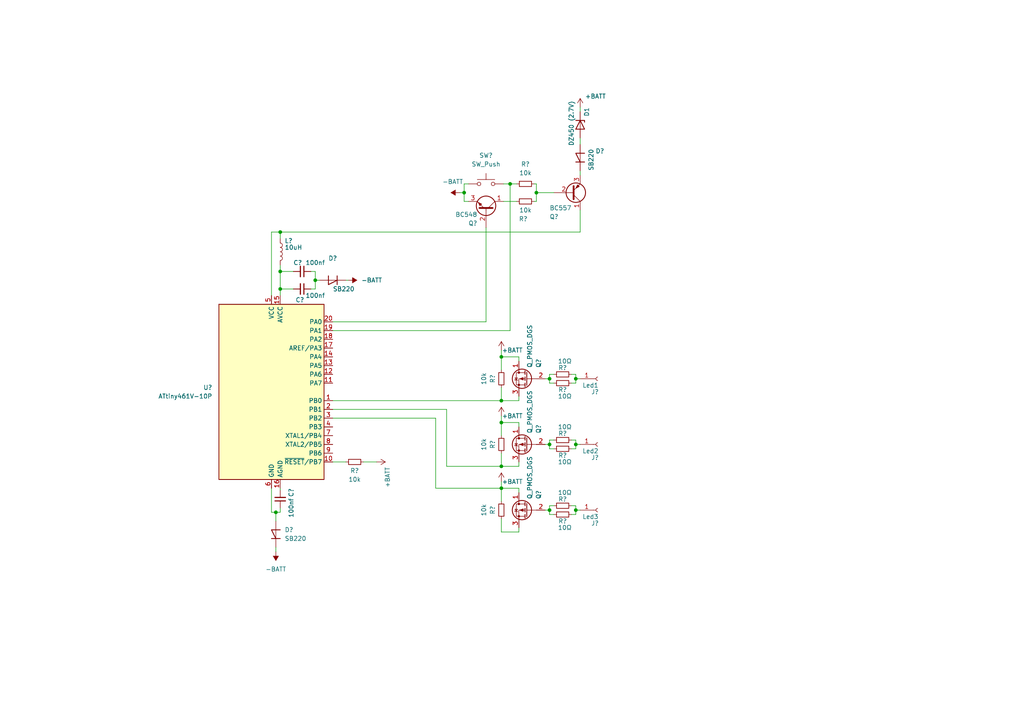
<source format=kicad_sch>
(kicad_sch (version 20211123) (generator eeschema)
  (paper "A4")
  (lib_symbols
    (symbol "Connector:Conn_01x01_Female" (pin_names (offset 1.016) hide)
      (property "Reference" "J" (at 0 2.54 0))
      (property "Value" "Conn_01x01_Female" (at 0 -2.54 0))
      (symbol "Conn_01x01_Female_1_1"
        (polyline (pts (xy -1.27 0) (xy -0.508 0)) (stroke (width 0.1524)))
        (arc (start 0 0.508) (mid -0.508 0) (end 0 -0.508) (stroke (width 0.1524)))
        (pin passive line (at -5.08 0 0) (length 3.81) (name "Pin_1") (number "1"))
      )
    )
    (symbol "Device:C_Small" (pin_numbers hide) (pin_names (offset 0.254) hide)
      (property "Reference" "C" (at 0.254 1.778 0))
      (property "Value" "C_Small" (at 0.254 -2.032 0))
      (symbol "C_Small_0_1"
        (polyline (pts (xy -1.524 -0.508) (xy 1.524 -0.508)) (stroke (width 0.3302)))
        (polyline (pts (xy -1.524 0.508) (xy 1.524 0.508)) (stroke (width 0.3048)))
      )
      (symbol "C_Small_1_1"
        (pin passive line (at 0 2.54 270) (length 2.032) (name "~") (number "1"))
        (pin passive line (at 0 -2.54 90) (length 2.032) (name "~") (number "2"))
      )
    )
    (symbol "Device:D_Shockley" (pin_numbers hide) (pin_names (offset 1.016) hide)
      (property "Reference" "D" (at 0 2.54 0))
      (property "Value" "D_Shockley" (at 0 -2.54 0))
      (symbol "D_Shockley_0_1"
        (polyline (pts (xy -1.27 0) (xy 1.27 0)))
        (polyline (pts (xy -1.27 1.27) (xy -1.27 -1.27)) (stroke (width 0.254)))
        (polyline (pts (xy -1.27 0) (xy 1.27 1.27) (xy 1.27 -1.27)) (stroke (width 0.254)))
      )
      (symbol "D_Shockley_1_1"
        (pin passive line (at -3.81 0 0) (length 2.54) (name "K") (number "1"))
        (pin passive line (at 3.81 0 180) (length 2.54) (name "A") (number "2"))
      )
    )
    (symbol "Device:D_Zener" (pin_numbers hide) (pin_names (offset 1.016) hide)
      (property "Reference" "D" (at 0 2.54 0))
      (property "Value" "D_Zener" (at 0 -2.54 0))
      (symbol "D_Zener_0_1"
        (polyline (pts (xy 1.27 0) (xy -1.27 0)))
        (polyline (pts (xy -1.27 -1.27) (xy -1.27 1.27) (xy -0.762 1.27)) (stroke (width 0.254)))
        (polyline (pts (xy 1.27 -1.27) (xy 1.27 1.27) (xy -1.27 0) (xy 1.27 -1.27)) (stroke (width 0.254)))
      )
      (symbol "D_Zener_1_1"
        (pin passive line (at -3.81 0 0) (length 2.54) (name "K") (number "1"))
        (pin passive line (at 3.81 0 180) (length 2.54) (name "A") (number "2"))
      )
    )
    (symbol "Device:L" (pin_numbers hide) (pin_names (offset 1.016) hide)
      (property "Reference" "L" (at -1.27 0 90))
      (property "Value" "L" (at 1.905 0 90))
      (symbol "L_0_1"
        (arc (start 0 -2.54) (mid 0.635 -1.905) (end 0 -1.27))
        (arc (start 0 -1.27) (mid 0.635 -0.635) (end 0 0))
        (arc (start 0 0) (mid 0.635 0.635) (end 0 1.27))
        (arc (start 0 1.27) (mid 0.635 1.905) (end 0 2.54))
      )
      (symbol "L_1_1"
        (pin passive line (at 0 3.81 270) (length 1.27) (name "1") (number "1"))
        (pin passive line (at 0 -3.81 90) (length 1.27) (name "2") (number "2"))
      )
    )
    (symbol "Device:Q_PMOS_DGS" (pin_names (offset 0) hide)
      (property "Reference" "Q" (at 5.08 1.27 0))
      (property "Value" "Q_PMOS_DGS" (at 5.08 -1.27 0))
      (symbol "Q_PMOS_DGS_0_1"
        (polyline (pts (xy 0.254 0) (xy -2.54 0)))
        (polyline (pts (xy 0.254 1.905) (xy 0.254 -1.905)) (stroke (width 0.254)))
        (polyline (pts (xy 0.762 -1.27) (xy 0.762 -2.286)) (stroke (width 0.254)))
        (polyline (pts (xy 0.762 0.508) (xy 0.762 -0.508)) (stroke (width 0.254)))
        (polyline (pts (xy 0.762 2.286) (xy 0.762 1.27)) (stroke (width 0.254)))
        (polyline (pts (xy 2.54 2.54) (xy 2.54 1.778)))
        (polyline (pts (xy 2.54 -2.54) (xy 2.54 0) (xy 0.762 0)))
        (polyline (pts (xy 0.762 1.778) (xy 3.302 1.778) (xy 3.302 -1.778) (xy 0.762 -1.778)))
        (polyline (pts (xy 2.286 0) (xy 1.27 0.381) (xy 1.27 -0.381) (xy 2.286 0)) (fill (type outline)))
        (polyline (pts (xy 2.794 -0.508) (xy 2.921 -0.381) (xy 3.683 -0.381) (xy 3.81 -0.254)))
        (polyline (pts (xy 3.302 -0.381) (xy 2.921 0.254) (xy 3.683 0.254) (xy 3.302 -0.381)))
        (circle (center 1.651 0) (radius 2.794) (stroke (width 0.254)))
        (circle (center 2.54 -1.778) (radius 0.254) (fill (type outline)))
        (circle (center 2.54 1.778) (radius 0.254) (fill (type outline)))
      )
      (symbol "Q_PMOS_DGS_1_1"
        (pin passive line (at 2.54 5.08 270) (length 2.54) (name "D") (number "1"))
        (pin input line (at -5.08 0 0) (length 2.54) (name "G") (number "2"))
        (pin passive line (at 2.54 -5.08 90) (length 2.54) (name "S") (number "3"))
      )
    )
    (symbol "Device:R_Small" (pin_numbers hide) (pin_names (offset 0.254) hide)
      (property "Reference" "R" (at 0.762 0.508 0))
      (property "Value" "R_Small" (at 0.762 -1.016 0))
      (symbol "R_Small_0_1"
        (rectangle (start -0.762 1.778) (end 0.762 -1.778) (stroke (width 0.2032)))
      )
      (symbol "R_Small_1_1"
        (pin passive line (at 0 2.54 270) (length 0.762) (name "~") (number "1"))
        (pin passive line (at 0 -2.54 90) (length 0.762) (name "~") (number "2"))
      )
    )
    (symbol "MCU_Microchip_ATtiny:ATtiny461V-10P"
      (property "Reference" "U" (at -15.24 26.67 0))
      (property "Value" "ATtiny461V-10P" (at 5.08 -26.67 0))
      (symbol "ATtiny461V-10P_0_1"
        (rectangle (start -15.24 -25.4) (end 15.24 25.4) (stroke (width 0.254)) (fill (type background)))
      )
      (symbol "ATtiny461V-10P_1_1"
        (pin bidirectional line (at 17.78 -2.54 180) (length 2.54) (name "PB0") (number "1"))
        (pin bidirectional line (at 17.78 -20.32 180) (length 2.54) (name "~{RESET}/PB7") (number "10"))
        (pin bidirectional line (at 17.78 2.54 180) (length 2.54) (name "PA7") (number "11"))
        (pin bidirectional line (at 17.78 5.08 180) (length 2.54) (name "PA6") (number "12"))
        (pin bidirectional line (at 17.78 7.62 180) (length 2.54) (name "PA5") (number "13"))
        (pin bidirectional line (at 17.78 10.16 180) (length 2.54) (name "PA4") (number "14"))
        (pin power_in line (at 2.54 27.94 270) (length 2.54) (name "AVCC") (number "15"))
        (pin power_in line (at 2.54 -27.94 90) (length 2.54) (name "AGND") (number "16"))
        (pin bidirectional line (at 17.78 12.7 180) (length 2.54) (name "AREF/PA3") (number "17"))
        (pin bidirectional line (at 17.78 15.24 180) (length 2.54) (name "PA2") (number "18"))
        (pin bidirectional line (at 17.78 17.78 180) (length 2.54) (name "PA1") (number "19"))
        (pin bidirectional line (at 17.78 -5.08 180) (length 2.54) (name "PB1") (number "2"))
        (pin bidirectional line (at 17.78 20.32 180) (length 2.54) (name "PA0") (number "20"))
        (pin bidirectional line (at 17.78 -7.62 180) (length 2.54) (name "PB2") (number "3"))
        (pin bidirectional line (at 17.78 -10.16 180) (length 2.54) (name "PB3") (number "4"))
        (pin power_in line (at 0 27.94 270) (length 2.54) (name "VCC") (number "5"))
        (pin power_in line (at 0 -27.94 90) (length 2.54) (name "GND") (number "6"))
        (pin bidirectional line (at 17.78 -12.7 180) (length 2.54) (name "XTAL1/PB4") (number "7"))
        (pin bidirectional line (at 17.78 -15.24 180) (length 2.54) (name "XTAL2/PB5") (number "8"))
        (pin bidirectional line (at 17.78 -17.78 180) (length 2.54) (name "PB6") (number "9"))
      )
    )
    (symbol "Switch:SW_Push" (pin_numbers hide) (pin_names (offset 1.016) hide)
      (property "Reference" "SW" (at 1.27 2.54 0))
      (property "Value" "SW_Push" (at 0 -1.524 0))
      (symbol "SW_Push_0_1"
        (circle (center -2.032 0) (radius 0.508))
        (polyline (pts (xy 0 1.27) (xy 0 3.048)))
        (polyline (pts (xy 2.54 1.27) (xy -2.54 1.27)))
        (circle (center 2.032 0) (radius 0.508))
        (pin passive line (at -5.08 0 0) (length 2.54) (name "1") (number "1"))
        (pin passive line (at 5.08 0 180) (length 2.54) (name "2") (number "2"))
      )
    )
    (symbol "Transistor_BJT:BC548" (pin_names (offset 0) hide)
      (property "Reference" "Q" (at 5.08 1.905 0))
      (property "Value" "BC548" (at 5.08 0 0))
      (symbol "BC548_0_1"
        (polyline (pts (xy 0 0) (xy 0.635 0)))
        (polyline (pts (xy 0.635 0.635) (xy 2.54 2.54)))
        (polyline (pts (xy 0.635 -0.635) (xy 2.54 -2.54) (xy 2.54 -2.54)))
        (polyline (pts (xy 0.635 1.905) (xy 0.635 -1.905) (xy 0.635 -1.905)) (stroke (width 0.508)))
        (polyline (pts (xy 1.27 -1.778) (xy 1.778 -1.27) (xy 2.286 -2.286) (xy 1.27 -1.778) (xy 1.27 -1.778)) (fill (type outline)))
        (circle (center 1.27 0) (radius 2.8194) (stroke (width 0.254)))
      )
      (symbol "BC548_1_1"
        (pin passive line (at 2.54 5.08 270) (length 2.54) (name "C") (number "1"))
        (pin input line (at -5.08 0 0) (length 5.08) (name "B") (number "2"))
        (pin passive line (at 2.54 -5.08 90) (length 2.54) (name "E") (number "3"))
      )
    )
    (symbol "Transistor_BJT:BC557" (pin_names (offset 0) hide)
      (property "Reference" "Q" (at 5.08 1.905 0))
      (property "Value" "BC557" (at 5.08 0 0))
      (symbol "BC557_0_1"
        (polyline (pts (xy 0.635 0.635) (xy 2.54 2.54)))
        (polyline (pts (xy 0.635 -0.635) (xy 2.54 -2.54) (xy 2.54 -2.54)))
        (polyline (pts (xy 0.635 1.905) (xy 0.635 -1.905) (xy 0.635 -1.905)) (stroke (width 0.508)))
        (polyline (pts (xy 2.286 -1.778) (xy 1.778 -2.286) (xy 1.27 -1.27) (xy 2.286 -1.778) (xy 2.286 -1.778)) (fill (type outline)))
        (circle (center 1.27 0) (radius 2.8194) (stroke (width 0.254)))
      )
      (symbol "BC557_1_1"
        (pin passive line (at 2.54 5.08 270) (length 2.54) (name "C") (number "1"))
        (pin input line (at -5.08 0 0) (length 5.715) (name "B") (number "2"))
        (pin passive line (at 2.54 -5.08 90) (length 2.54) (name "E") (number "3"))
      )
    )
    (symbol "power:+BATT" (power) (pin_names (offset 0))
      (property "Value" "+BATT" (at 0 3.556 0))
      (symbol "+BATT_0_1"
        (polyline (pts (xy -0.762 1.27) (xy 0 2.54)))
        (polyline (pts (xy 0 0) (xy 0 2.54)))
        (polyline (pts (xy 0 2.54) (xy 0.762 1.27)))
      )
      (symbol "+BATT_1_1"
        (pin power_in line (at 0 0 90) (length 0) hide (name "+BATT") (number "1"))
      )
    )
    (symbol "power:-BATT" (power) (pin_names (offset 0))
      (property "Value" "-BATT" (at 0 3.556 0))
      (symbol "-BATT_0_1"
        (polyline (pts (xy 0 0) (xy 0 2.54)))
        (polyline (pts (xy 0.762 1.27) (xy -0.762 1.27) (xy 0 2.54) (xy 0.762 1.27)) (fill (type outline)))
      )
      (symbol "-BATT_1_1"
        (pin power_in line (at 0 0 90) (length 0) hide (name "-BATT") (number "1"))
      )
    )
  )
  (junction (at 145.415 122.555))
  (junction (at 159.385 109.855))
  (junction (at 147.955 53.34))
  (junction (at 81.28 78.74))
  (junction (at 167.005 109.855))
  (junction (at 167.005 147.955))
  (junction (at 81.28 83.82))
  (junction (at 91.44 81.28))
  (junction (at 159.385 147.955))
  (junction (at 145.415 135.255))
  (junction (at 134.62 55.88))
  (junction (at 159.385 128.905))
  (junction (at 81.28 67.31))
  (junction (at 155.575 55.88))
  (junction (at 145.415 141.605))
  (junction (at 145.415 103.505))
  (junction (at 145.415 116.205))
  (junction (at 167.005 128.905))
  (junction (at 80.01 148.59))
  (wire (pts (xy 168.275 31.115) (xy 168.275 32.385)))
  (wire (pts (xy 150.495 135.255) (xy 145.415 135.255)))
  (wire (pts (xy 129.54 118.745) (xy 129.54 135.255)))
  (wire (pts (xy 167.005 111.125) (xy 165.735 111.125)))
  (wire (pts (xy 145.415 122.555) (xy 145.415 126.365)))
  (wire (pts (xy 147.955 53.34) (xy 147.955 95.885)))
  (wire (pts (xy 167.005 127.635) (xy 167.005 128.905)))
  (wire (pts (xy 145.415 103.505) (xy 145.415 107.315)))
  (wire (pts (xy 150.495 116.205) (xy 145.415 116.205)))
  (wire (pts (xy 92.71 81.28) (xy 91.44 81.28)))
  (wire (pts (xy 96.52 93.345) (xy 140.97 93.345)))
  (wire (pts (xy 81.28 148.59) (xy 80.01 148.59)))
  (wire (pts (xy 155.575 53.34) (xy 155.575 55.88)))
  (wire (pts (xy 96.52 116.205) (xy 145.415 116.205)))
  (wire (pts (xy 155.575 55.88) (xy 155.575 58.42)))
  (wire (pts (xy 81.28 78.74) (xy 81.28 83.82)))
  (wire (pts (xy 145.415 141.605) (xy 150.495 141.605)))
  (wire (pts (xy 160.655 149.225) (xy 159.385 149.225)))
  (wire (pts (xy 158.115 109.855) (xy 159.385 109.855)))
  (wire (pts (xy 167.005 147.955) (xy 167.005 149.225)))
  (wire (pts (xy 81.28 69.215) (xy 81.28 67.31)))
  (wire (pts (xy 78.74 141.605) (xy 78.74 148.59)))
  (wire (pts (xy 146.05 58.42) (xy 149.86 58.42)))
  (wire (pts (xy 90.17 78.74) (xy 91.44 78.74)))
  (wire (pts (xy 167.005 109.855) (xy 167.005 111.125)))
  (wire (pts (xy 134.62 53.34) (xy 134.62 55.88)))
  (wire (pts (xy 85.09 83.82) (xy 81.28 83.82)))
  (wire (pts (xy 167.005 108.585) (xy 167.005 109.855)))
  (wire (pts (xy 134.62 55.88) (xy 134.62 58.42)))
  (wire (pts (xy 100.33 81.28) (xy 100.965 81.28)))
  (wire (pts (xy 81.28 67.31) (xy 168.275 67.31)))
  (wire (pts (xy 150.495 123.825) (xy 150.495 122.555)))
  (wire (pts (xy 134.62 53.34) (xy 135.89 53.34)))
  (wire (pts (xy 150.495 153.035) (xy 150.495 154.305)))
  (wire (pts (xy 80.01 158.75) (xy 80.01 160.02)))
  (wire (pts (xy 150.495 122.555) (xy 145.415 122.555)))
  (wire (pts (xy 160.655 111.125) (xy 159.385 111.125)))
  (wire (pts (xy 91.44 83.82) (xy 90.17 83.82)))
  (wire (pts (xy 158.115 128.905) (xy 159.385 128.905)))
  (wire (pts (xy 147.955 95.885) (xy 96.52 95.885)))
  (wire (pts (xy 145.415 101.6) (xy 145.415 103.505)))
  (wire (pts (xy 145.415 141.605) (xy 145.415 145.415)))
  (wire (pts (xy 165.735 108.585) (xy 167.005 108.585)))
  (wire (pts (xy 81.28 76.835) (xy 81.28 78.74)))
  (wire (pts (xy 78.74 67.31) (xy 81.28 67.31)))
  (wire (pts (xy 78.74 85.725) (xy 78.74 67.31)))
  (wire (pts (xy 159.385 146.685) (xy 159.385 147.955)))
  (wire (pts (xy 150.495 133.985) (xy 150.495 135.255)))
  (wire (pts (xy 150.495 142.875) (xy 150.495 141.605)))
  (wire (pts (xy 160.655 108.585) (xy 159.385 108.585)))
  (wire (pts (xy 81.28 141.605) (xy 81.28 142.24)))
  (wire (pts (xy 159.385 111.125) (xy 159.385 109.855)))
  (wire (pts (xy 96.52 118.745) (xy 129.54 118.745)))
  (wire (pts (xy 160.655 130.175) (xy 159.385 130.175)))
  (wire (pts (xy 159.385 130.175) (xy 159.385 128.905)))
  (wire (pts (xy 145.415 154.305) (xy 145.415 150.495)))
  (wire (pts (xy 159.385 149.225) (xy 159.385 147.955)))
  (wire (pts (xy 145.415 135.255) (xy 129.54 135.255)))
  (wire (pts (xy 133.35 55.88) (xy 134.62 55.88)))
  (wire (pts (xy 126.365 121.285) (xy 126.365 141.605)))
  (wire (pts (xy 150.495 103.505) (xy 145.415 103.505)))
  (wire (pts (xy 91.44 81.28) (xy 91.44 83.82)))
  (wire (pts (xy 160.655 127.635) (xy 159.385 127.635)))
  (wire (pts (xy 165.735 127.635) (xy 167.005 127.635)))
  (wire (pts (xy 160.655 146.685) (xy 159.385 146.685)))
  (wire (pts (xy 165.735 146.685) (xy 167.005 146.685)))
  (wire (pts (xy 167.005 149.225) (xy 165.735 149.225)))
  (wire (pts (xy 96.52 121.285) (xy 126.365 121.285)))
  (wire (pts (xy 80.01 148.59) (xy 80.01 151.13)))
  (wire (pts (xy 81.28 83.82) (xy 81.28 85.725)))
  (wire (pts (xy 167.005 130.175) (xy 165.735 130.175)))
  (wire (pts (xy 147.955 53.34) (xy 149.86 53.34)))
  (wire (pts (xy 105.41 133.985) (xy 109.22 133.985)))
  (wire (pts (xy 145.415 135.255) (xy 145.415 131.445)))
  (wire (pts (xy 167.005 128.905) (xy 167.005 130.175)))
  (wire (pts (xy 150.495 114.935) (xy 150.495 116.205)))
  (wire (pts (xy 146.05 53.34) (xy 147.955 53.34)))
  (wire (pts (xy 145.415 139.7) (xy 145.415 141.605)))
  (wire (pts (xy 140.97 66.04) (xy 140.97 93.345)))
  (wire (pts (xy 167.005 146.685) (xy 167.005 147.955)))
  (wire (pts (xy 155.575 53.34) (xy 154.94 53.34)))
  (wire (pts (xy 158.115 147.955) (xy 159.385 147.955)))
  (wire (pts (xy 168.275 128.905) (xy 167.005 128.905)))
  (wire (pts (xy 134.62 58.42) (xy 135.89 58.42)))
  (wire (pts (xy 150.495 154.305) (xy 145.415 154.305)))
  (wire (pts (xy 168.275 40.005) (xy 168.275 41.91)))
  (wire (pts (xy 80.01 148.59) (xy 78.74 148.59)))
  (wire (pts (xy 150.495 104.775) (xy 150.495 103.505)))
  (wire (pts (xy 145.415 120.65) (xy 145.415 122.555)))
  (wire (pts (xy 168.275 147.955) (xy 167.005 147.955)))
  (wire (pts (xy 85.09 78.74) (xy 81.28 78.74)))
  (wire (pts (xy 155.575 55.88) (xy 160.655 55.88)))
  (wire (pts (xy 96.52 133.985) (xy 100.33 133.985)))
  (wire (pts (xy 159.385 127.635) (xy 159.385 128.905)))
  (wire (pts (xy 159.385 108.585) (xy 159.385 109.855)))
  (wire (pts (xy 126.365 141.605) (xy 145.415 141.605)))
  (wire (pts (xy 168.275 67.31) (xy 168.275 60.96)))
  (wire (pts (xy 145.415 116.205) (xy 145.415 112.395)))
  (wire (pts (xy 91.44 78.74) (xy 91.44 81.28)))
  (wire (pts (xy 168.275 109.855) (xy 167.005 109.855)))
  (wire (pts (xy 168.275 50.8) (xy 168.275 49.53)))
  (wire (pts (xy 81.28 147.32) (xy 81.28 148.59)))
  (wire (pts (xy 155.575 58.42) (xy 154.94 58.42)))
  (symbol (lib_id "Device:R_Small") (at 163.195 127.635 270) (unit 1)
    (property "Reference" "R?" (at 163.195 125.73 90))
    (property "Value" "10Ω" (at 163.83 123.825 90))
  )
  (symbol (lib_id "power:+BATT") (at 145.415 101.6 0) (unit 1)
    (property "Reference" "#PWR?" (effects hide))
    (property "Value" "+BATT" (at 148.59 101.6 0))
  )
  (symbol (lib_id "Device:D_Shockley") (at 96.52 81.28 180) (unit 1)
    (property "Reference" "D?" (at 96.52 74.93 0))
    (property "Value" "SB220" (at 99.695 83.82 0))
  )
  (symbol (lib_id "Device:Q_PMOS_DGS") (at 153.035 128.905 0) (mirror y) (unit 1)
    (property "Reference" "Q?" (at 156.21 125.73 90) (effects (justify left)))
    (property "Value" "Q_PMOS_DGS" (at 153.67 125.73 90) (effects (justify left)))
  )
  (symbol (lib_id "Device:L") (at 81.28 73.025 0) (unit 1)
    (property "Reference" "L?" (at 82.55 69.85 0) (effects (justify left)))
    (property "Value" "10uH" (at 82.55 71.755 0) (effects (justify left)))
  )
  (symbol (lib_id "Device:R_Small") (at 163.195 130.175 270) (unit 1)
    (property "Reference" "R?" (at 163.195 132.08 90))
    (property "Value" "10Ω" (at 163.83 133.985 90))
  )
  (symbol (lib_id "Device:R_Small") (at 145.415 109.855 180) (unit 1)
    (property "Reference" "R?" (at 142.875 109.855 90))
    (property "Value" "10k" (at 140.335 109.855 90))
  )
  (symbol (lib_id "Device:D_Zener") (at 168.275 36.195 270) (unit 1)
    (property "Reference" "D1" (at 170.18 31.115 0) (effects (justify left)))
    (property "Value" "DZ450 (2.7V)" (at 165.735 29.21 0) (effects (justify left)))
  )
  (symbol (lib_id "power:-BATT") (at 100.965 81.28 270) (unit 1)
    (property "Reference" "#PWR?" (effects hide))
    (property "Value" "-BATT" (at 104.775 81.2799 90) (effects (justify left)))
  )
  (symbol (lib_id "Device:R_Small") (at 152.4 58.42 270) (unit 1)
    (property "Reference" "R?" (at 151.765 63.5 90))
    (property "Value" "10k" (at 152.4 60.96 90))
  )
  (symbol (lib_id "Connector:Conn_01x01_Female") (at 173.355 147.955 0) (unit 1)
    (property "Reference" "J?" (at 171.45 151.765 0) (effects (justify left)))
    (property "Value" "Led3" (at 168.91 149.86 0) (effects (justify left)))
  )
  (symbol (lib_id "Device:R_Small") (at 145.415 147.955 180) (unit 1)
    (property "Reference" "R?" (at 142.875 147.955 90))
    (property "Value" "10k" (at 140.335 147.955 90))
  )
  (symbol (lib_id "MCU_Microchip_ATtiny:ATtiny461V-10P") (at 78.74 113.665 0) (unit 1)
    (property "Reference" "U?" (at 61.595 112.3949 0) (effects (justify right)))
    (property "Value" "ATtiny461V-10P" (at 61.595 114.9349 0) (effects (justify right)))
    (property "Footprint" "Package_DIP:DIP-20_W7.62mm" (effects hide))
    (property "Datasheet" "http://ww1.microchip.com/downloads/en/DeviceDoc/atmel-2588-8-bit-avr-microcontrollers-tinyavr-attiny261-attiny461-attiny861_datasheet.pdf" (effects hide))
  )
  (symbol (lib_id "power:+BATT") (at 168.275 31.115 0) (unit 1)
    (property "Reference" "#PWR?" (effects hide))
    (property "Value" "+BATT" (at 172.72 27.94 0))
  )
  (symbol (lib_id "Device:R_Small") (at 163.195 149.225 270) (unit 1)
    (property "Reference" "R?" (at 163.195 151.13 90))
    (property "Value" "10Ω" (at 163.83 153.035 90))
  )
  (symbol (lib_id "Switch:SW_Push") (at 140.97 53.34 0) (unit 1)
    (property "Reference" "SW?" (at 140.97 45.085 0))
    (property "Value" "SW_Push" (at 140.97 47.625 0))
  )
  (symbol (lib_id "Device:R_Small") (at 152.4 53.34 90) (unit 1)
    (property "Reference" "R?" (at 152.4 47.625 90))
    (property "Value" "10k" (at 152.4 50.165 90))
  )
  (symbol (lib_id "Device:Q_PMOS_DGS") (at 153.035 147.955 0) (mirror y) (unit 1)
    (property "Reference" "Q?" (at 156.21 144.78 90) (effects (justify left)))
    (property "Value" "Q_PMOS_DGS" (at 153.67 144.78 90) (effects (justify left)))
  )
  (symbol (lib_id "Device:D_Shockley") (at 168.275 45.72 90) (unit 1)
    (property "Reference" "D?" (at 172.72 43.815 90) (effects (justify right)))
    (property "Value" "SB220" (at 171.45 43.18 0) (effects (justify right)))
  )
  (symbol (lib_id "Device:C_Small") (at 87.63 83.82 270) (unit 1)
    (property "Reference" "C?" (at 86.995 86.995 90))
    (property "Value" "100nf" (at 91.44 85.725 90))
  )
  (symbol (lib_id "Device:R_Small") (at 102.87 133.985 270) (unit 1)
    (property "Reference" "R?" (at 102.87 136.525 90))
    (property "Value" "10k" (at 102.87 139.065 90))
  )
  (symbol (lib_id "power:+BATT") (at 109.22 133.985 270) (unit 1)
    (property "Reference" "#PWR?" (effects hide))
    (property "Value" "+BATT" (at 112.395 138.43 0))
  )
  (symbol (lib_id "Device:D_Shockley") (at 80.01 154.94 90) (unit 1)
    (property "Reference" "D?" (at 82.55 153.6699 90) (effects (justify right)))
    (property "Value" "SB220" (at 82.55 156.2099 90) (effects (justify right)))
  )
  (symbol (lib_id "Device:R_Small") (at 145.415 128.905 180) (unit 1)
    (property "Reference" "R?" (at 142.875 128.905 90))
    (property "Value" "10k" (at 140.335 128.905 90))
  )
  (symbol (lib_id "Device:R_Small") (at 163.195 108.585 270) (unit 1)
    (property "Reference" "R?" (at 163.195 106.68 90))
    (property "Value" "10Ω" (at 163.83 104.775 90))
  )
  (symbol (lib_id "power:+BATT") (at 145.415 139.7 0) (unit 1)
    (property "Reference" "#PWR?" (effects hide))
    (property "Value" "+BATT" (at 148.59 139.7 0))
  )
  (symbol (lib_id "Connector:Conn_01x01_Female") (at 173.355 109.855 0) (unit 1)
    (property "Reference" "J?" (at 171.45 113.665 0) (effects (justify left)))
    (property "Value" "Led1" (at 168.91 111.76 0) (effects (justify left)))
  )
  (symbol (lib_id "Device:R_Small") (at 163.195 146.685 270) (unit 1)
    (property "Reference" "R?" (at 163.195 144.78 90))
    (property "Value" "10Ω" (at 163.83 142.875 90))
  )
  (symbol (lib_id "power:-BATT") (at 133.35 55.88 90) (unit 1)
    (property "Reference" "#PWR?" (effects hide))
    (property "Value" "-BATT" (at 128.27 52.705 90) (effects (justify right)))
  )
  (symbol (lib_id "Device:C_Small") (at 87.63 78.74 270) (unit 1)
    (property "Reference" "C?" (at 86.36 76.2 90))
    (property "Value" "100nf" (at 91.44 76.2 90))
  )
  (symbol (lib_id "Transistor_BJT:BC548") (at 140.97 60.96 270) (mirror x) (unit 1)
    (property "Reference" "Q?" (at 137.16 64.77 90))
    (property "Value" "BC548" (at 135.255 62.23 90))
    (property "Footprint" "Package_TO_SOT_THT:TO-92_Inline" (effects hide))
    (property "Datasheet" "https://www.onsemi.com/pub/Collateral/BC550-D.pdf" (effects hide))
  )
  (symbol (lib_id "Device:R_Small") (at 163.195 111.125 270) (unit 1)
    (property "Reference" "R?" (at 163.195 113.03 90))
    (property "Value" "10Ω" (at 163.83 114.935 90))
  )
  (symbol (lib_id "power:-BATT") (at 80.01 160.02 180) (unit 1)
    (property "Reference" "#PWR?" (effects hide))
    (property "Value" "-BATT" (at 80.01 165.1 0))
  )
  (symbol (lib_id "power:+BATT") (at 145.415 120.65 0) (unit 1)
    (property "Reference" "#PWR?" (effects hide))
    (property "Value" "+BATT" (at 148.59 120.65 0))
  )
  (symbol (lib_id "Connector:Conn_01x01_Female") (at 173.355 128.905 0) (unit 1)
    (property "Reference" "J?" (at 171.45 132.715 0) (effects (justify left)))
    (property "Value" "Led2" (at 168.91 130.81 0) (effects (justify left)))
  )
  (symbol (lib_id "Device:Q_PMOS_DGS") (at 153.035 109.855 0) (mirror y) (unit 1)
    (property "Reference" "Q?" (at 156.21 106.68 90) (effects (justify left)))
    (property "Value" "Q_PMOS_DGS" (at 153.67 106.68 90) (effects (justify left)))
  )
  (symbol (lib_id "Device:C_Small") (at 81.28 144.78 180) (unit 1)
    (property "Reference" "C?" (at 84.455 142.875 90))
    (property "Value" "100nf" (at 84.455 147.32 90))
  )
  (symbol (lib_id "Transistor_BJT:BC557") (at 165.735 55.88 0) (mirror x) (unit 1)
    (property "Reference" "Q?" (at 159.385 62.865 0) (effects (justify left)))
    (property "Value" "BC557" (at 159.385 60.325 0) (effects (justify left)))
    (property "Footprint" "Package_TO_SOT_THT:TO-92_Inline" (effects hide))
    (property "Datasheet" "https://www.onsemi.com/pub/Collateral/BC556BTA-D.pdf" (effects hide))
  )
)
</source>
